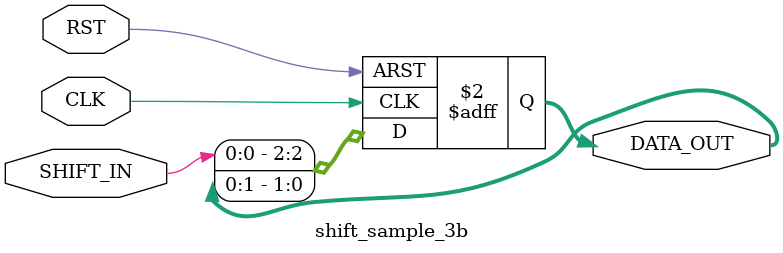
<source format=v>

module shift_sample_3b(
	SHIFT_IN, 
	RST, 
	CLK, 
	DATA_OUT);
	
	input SHIFT_IN; 
	input RST; 
	input CLK;
	
	output reg [0:2] DATA_OUT; 
	
	always @ (posedge CLK or posedge RST) begin
 		if (RST) begin
  			DATA_OUT <= 3'b000;
    		end
 		else begin		
			DATA_OUT[0] <= SHIFT_IN;
			DATA_OUT[1] <= DATA_OUT[0];			
			DATA_OUT[2] <= DATA_OUT[1];

		end
	end
endmodule



</source>
